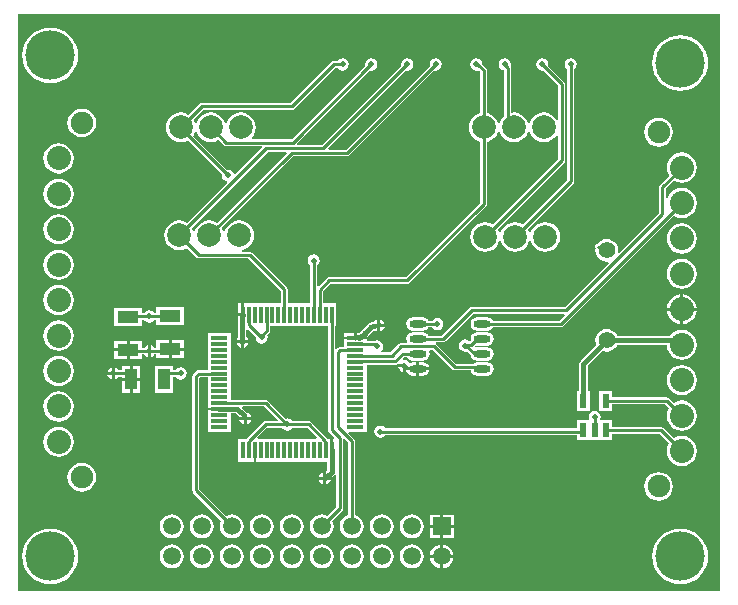
<source format=gtl>
G04*
G04 #@! TF.GenerationSoftware,Altium Limited,Altium Designer,19.1.5 (86)*
G04*
G04 Layer_Physical_Order=1*
G04 Layer_Color=255*
%FSLAX25Y25*%
%MOIN*%
G70*
G01*
G75*
%ADD13C,0.01000*%
%ADD19R,0.02362X0.04724*%
%ADD20O,0.05709X0.02362*%
%ADD21R,0.07165X0.04016*%
%ADD22R,0.05709X0.01181*%
%ADD23R,0.01181X0.05709*%
%ADD24R,0.04016X0.07165*%
%ADD39C,0.01500*%
%ADD40C,0.05512*%
%ADD41C,0.07874*%
%ADD42C,0.16500*%
%ADD43C,0.05906*%
%ADD44R,0.05906X0.05906*%
%ADD45C,0.07500*%
%ADD46C,0.08000*%
%ADD47C,0.02000*%
G36*
X235379Y1122D02*
X1122D01*
Y193378D01*
X235379D01*
Y1122D01*
D02*
G37*
%LPC*%
G36*
X12000Y188795D02*
X10187Y188616D01*
X8443Y188087D01*
X6836Y187228D01*
X5428Y186072D01*
X4272Y184664D01*
X3413Y183057D01*
X2884Y181313D01*
X2705Y179500D01*
X2884Y177687D01*
X3413Y175943D01*
X4272Y174336D01*
X5428Y172928D01*
X6836Y171772D01*
X8443Y170913D01*
X10187Y170384D01*
X12000Y170205D01*
X13813Y170384D01*
X15557Y170913D01*
X17164Y171772D01*
X18572Y172928D01*
X19728Y174336D01*
X20587Y175943D01*
X21116Y177687D01*
X21295Y179500D01*
X21116Y181313D01*
X20587Y183057D01*
X19728Y184664D01*
X18572Y186072D01*
X17164Y187228D01*
X15557Y188087D01*
X13813Y188616D01*
X12000Y188795D01*
D02*
G37*
G36*
X222000Y186295D02*
X220187Y186116D01*
X218443Y185587D01*
X216836Y184728D01*
X215428Y183572D01*
X214272Y182164D01*
X213413Y180557D01*
X212884Y178813D01*
X212705Y177000D01*
X212884Y175187D01*
X213413Y173443D01*
X214272Y171836D01*
X215428Y170428D01*
X216836Y169272D01*
X218443Y168413D01*
X220187Y167884D01*
X222000Y167705D01*
X223813Y167884D01*
X225557Y168413D01*
X227164Y169272D01*
X228572Y170428D01*
X229728Y171836D01*
X230587Y173443D01*
X231116Y175187D01*
X231295Y177000D01*
X231116Y178813D01*
X230587Y180557D01*
X229728Y182164D01*
X228572Y183572D01*
X227164Y184728D01*
X225557Y185587D01*
X223813Y186116D01*
X222000Y186295D01*
D02*
G37*
G36*
X22500Y161791D02*
X21260Y161628D01*
X20105Y161149D01*
X19112Y160388D01*
X18351Y159396D01*
X17872Y158240D01*
X17709Y157000D01*
X17872Y155760D01*
X18351Y154604D01*
X19112Y153612D01*
X20105Y152851D01*
X21260Y152372D01*
X22500Y152209D01*
X23740Y152372D01*
X24895Y152851D01*
X25888Y153612D01*
X26649Y154604D01*
X27128Y155760D01*
X27291Y157000D01*
X27128Y158240D01*
X26649Y159396D01*
X25888Y160388D01*
X24895Y161149D01*
X23740Y161628D01*
X22500Y161791D01*
D02*
G37*
G36*
X214783Y158724D02*
X213543Y158561D01*
X212388Y158082D01*
X211396Y157321D01*
X210634Y156328D01*
X210156Y155173D01*
X209992Y153933D01*
X210156Y152693D01*
X210634Y151538D01*
X211396Y150545D01*
X212388Y149784D01*
X213543Y149305D01*
X214783Y149142D01*
X216023Y149305D01*
X217179Y149784D01*
X218171Y150545D01*
X218933Y151538D01*
X219411Y152693D01*
X219574Y153933D01*
X219411Y155173D01*
X218933Y156328D01*
X218171Y157321D01*
X217179Y158082D01*
X216023Y158561D01*
X214783Y158724D01*
D02*
G37*
G36*
X14783Y150232D02*
X13478Y150060D01*
X12262Y149556D01*
X11217Y148755D01*
X10416Y147710D01*
X9912Y146494D01*
X9740Y145189D01*
X9912Y143884D01*
X10416Y142667D01*
X11217Y141623D01*
X12262Y140821D01*
X13478Y140317D01*
X14783Y140146D01*
X16089Y140317D01*
X17305Y140821D01*
X18349Y141623D01*
X19151Y142667D01*
X19655Y143884D01*
X19827Y145189D01*
X19655Y146494D01*
X19151Y147710D01*
X18349Y148755D01*
X17305Y149556D01*
X16089Y150060D01*
X14783Y150232D01*
D02*
G37*
G36*
Y138421D02*
X13478Y138249D01*
X12262Y137745D01*
X11217Y136944D01*
X10416Y135899D01*
X9912Y134683D01*
X9740Y133378D01*
X9912Y132072D01*
X10416Y130856D01*
X11217Y129812D01*
X12262Y129010D01*
X13478Y128507D01*
X14783Y128335D01*
X16089Y128507D01*
X17305Y129010D01*
X18349Y129812D01*
X19151Y130856D01*
X19655Y132072D01*
X19827Y133378D01*
X19655Y134683D01*
X19151Y135899D01*
X18349Y136944D01*
X17305Y137745D01*
X16089Y138249D01*
X14783Y138421D01*
D02*
G37*
G36*
X185500Y178539D02*
X184720Y178384D01*
X184058Y177942D01*
X183616Y177280D01*
X183461Y176500D01*
X183616Y175720D01*
X184058Y175058D01*
X184378Y174844D01*
Y137965D01*
X169624Y123210D01*
X169490Y123312D01*
X168289Y123810D01*
X167000Y123980D01*
X165711Y123810D01*
X164510Y123312D01*
X163479Y122521D01*
X162688Y121490D01*
X162271Y120483D01*
X161729D01*
X161312Y121490D01*
X161210Y121624D01*
X183293Y143707D01*
X183293Y143707D01*
X183536Y144071D01*
X183622Y144500D01*
X183622Y144500D01*
Y170000D01*
X183622Y170000D01*
X183536Y170429D01*
X183293Y170793D01*
X183293Y170793D01*
X177964Y176122D01*
X178039Y176500D01*
X177884Y177280D01*
X177442Y177942D01*
X176780Y178384D01*
X176000Y178539D01*
X175220Y178384D01*
X174558Y177942D01*
X174116Y177280D01*
X173961Y176500D01*
X174116Y175720D01*
X174558Y175058D01*
X175220Y174616D01*
X176000Y174461D01*
X176378Y174536D01*
X181378Y169535D01*
Y157930D01*
X180878Y157831D01*
X180813Y157990D01*
X180021Y159021D01*
X178990Y159812D01*
X177789Y160310D01*
X176500Y160480D01*
X175211Y160310D01*
X174010Y159812D01*
X172979Y159021D01*
X172187Y157990D01*
X171771Y156983D01*
X171229D01*
X170812Y157990D01*
X170021Y159021D01*
X168990Y159812D01*
X167789Y160310D01*
X166500Y160480D01*
X165998Y160413D01*
X165622Y160743D01*
Y175414D01*
X165536Y175843D01*
X165438Y175991D01*
X165539Y176500D01*
X165384Y177280D01*
X164942Y177942D01*
X164280Y178384D01*
X163500Y178539D01*
X162720Y178384D01*
X162058Y177942D01*
X161616Y177280D01*
X161461Y176500D01*
X161616Y175720D01*
X162058Y175058D01*
X162720Y174616D01*
X163378Y174485D01*
Y159360D01*
X163378Y159360D01*
X163384Y159332D01*
X162979Y159021D01*
X162188Y157990D01*
X161771Y156983D01*
X161229D01*
X160812Y157990D01*
X160021Y159021D01*
X158990Y159812D01*
X157789Y160310D01*
X157622Y160332D01*
Y174500D01*
X157622Y174500D01*
X157536Y174929D01*
X157293Y175293D01*
X156027Y176559D01*
X155884Y177280D01*
X155442Y177942D01*
X154780Y178384D01*
X154000Y178539D01*
X153220Y178384D01*
X152558Y177942D01*
X152116Y177280D01*
X151961Y176500D01*
X152116Y175720D01*
X152558Y175058D01*
X153220Y174616D01*
X154000Y174461D01*
X154780Y174616D01*
X154791Y174623D01*
X155378Y174035D01*
Y160332D01*
X155211Y160310D01*
X154010Y159812D01*
X152979Y159021D01*
X152188Y157990D01*
X151690Y156789D01*
X151520Y155500D01*
X151690Y154211D01*
X152188Y153010D01*
X152979Y151979D01*
X154010Y151188D01*
X155211Y150690D01*
X155378Y150668D01*
Y130465D01*
X130535Y105622D01*
X105000D01*
X104571Y105536D01*
X104207Y105293D01*
X104207Y105293D01*
X101480Y102566D01*
X100980Y102773D01*
Y109486D01*
X101300Y109700D01*
X101742Y110361D01*
X101897Y111142D01*
X101742Y111922D01*
X101300Y112584D01*
X100639Y113026D01*
X99858Y113181D01*
X99078Y113026D01*
X98416Y112584D01*
X97974Y111922D01*
X97819Y111142D01*
X97974Y110361D01*
X98416Y109700D01*
X98737Y109486D01*
Y96992D01*
X91137D01*
Y101484D01*
X91137Y101484D01*
X91052Y101913D01*
X90809Y102277D01*
X79293Y113793D01*
X78929Y114036D01*
X78500Y114122D01*
X78500Y114122D01*
X75801D01*
X75768Y114622D01*
X76289Y114690D01*
X77490Y115188D01*
X78521Y115979D01*
X79312Y117010D01*
X79810Y118211D01*
X79980Y119500D01*
X79810Y120789D01*
X79312Y121990D01*
X78521Y123021D01*
X77490Y123812D01*
X76289Y124310D01*
X75000Y124480D01*
X73711Y124310D01*
X72510Y123812D01*
X71479Y123021D01*
X70688Y121990D01*
X70271Y120983D01*
X69729D01*
X69313Y121990D01*
X69210Y122124D01*
X92927Y145840D01*
X110962D01*
X110962Y145840D01*
X111391Y145926D01*
X111755Y146169D01*
X140122Y174536D01*
X140500Y174461D01*
X141280Y174616D01*
X141942Y175058D01*
X142384Y175720D01*
X142539Y176500D01*
X142384Y177280D01*
X141942Y177942D01*
X141280Y178384D01*
X140500Y178539D01*
X139720Y178384D01*
X139058Y177942D01*
X138616Y177280D01*
X138461Y176500D01*
X138536Y176122D01*
X110497Y148083D01*
X104823D01*
X104632Y148546D01*
X130622Y174536D01*
X131000Y174461D01*
X131780Y174616D01*
X132442Y175058D01*
X132884Y175720D01*
X133039Y176500D01*
X132884Y177280D01*
X132442Y177942D01*
X131780Y178384D01*
X131000Y178539D01*
X130220Y178384D01*
X129558Y177942D01*
X129116Y177280D01*
X128961Y176500D01*
X129036Y176122D01*
X102597Y149683D01*
X94423D01*
X94232Y150145D01*
X118622Y174536D01*
X119000Y174461D01*
X119780Y174616D01*
X120442Y175058D01*
X120884Y175720D01*
X121039Y176500D01*
X120884Y177280D01*
X120442Y177942D01*
X119780Y178384D01*
X119000Y178539D01*
X118220Y178384D01*
X117558Y177942D01*
X117116Y177280D01*
X116961Y176500D01*
X117036Y176122D01*
X92498Y151584D01*
X79262D01*
X79102Y152085D01*
X79813Y153010D01*
X80310Y154211D01*
X80480Y155500D01*
X80310Y156789D01*
X79813Y157990D01*
X79021Y159021D01*
X77990Y159812D01*
X76789Y160310D01*
X75500Y160480D01*
X74211Y160310D01*
X73010Y159812D01*
X71979Y159021D01*
X71188Y157990D01*
X70771Y156983D01*
X70229D01*
X69813Y157990D01*
X69021Y159021D01*
X67990Y159812D01*
X66789Y160310D01*
X65500Y160480D01*
X64211Y160310D01*
X63010Y159812D01*
X61979Y159021D01*
X61187Y157990D01*
X60771Y156983D01*
X60229D01*
X59812Y157990D01*
X59710Y158124D01*
X62965Y161378D01*
X92500D01*
X92500Y161378D01*
X92929Y161464D01*
X93293Y161707D01*
X106965Y175378D01*
X107844D01*
X108058Y175058D01*
X108720Y174616D01*
X109500Y174461D01*
X110280Y174616D01*
X110942Y175058D01*
X111384Y175720D01*
X111539Y176500D01*
X111384Y177280D01*
X110942Y177942D01*
X110280Y178384D01*
X109500Y178539D01*
X108720Y178384D01*
X108058Y177942D01*
X107844Y177622D01*
X106500D01*
X106500Y177622D01*
X106071Y177536D01*
X105707Y177293D01*
X92035Y163622D01*
X62500D01*
X62071Y163536D01*
X61707Y163293D01*
X61707Y163293D01*
X58124Y159710D01*
X57990Y159812D01*
X56789Y160310D01*
X55500Y160480D01*
X54211Y160310D01*
X53010Y159812D01*
X51979Y159021D01*
X51187Y157990D01*
X50690Y156789D01*
X50520Y155500D01*
X50690Y154211D01*
X51187Y153010D01*
X51979Y151979D01*
X53010Y151188D01*
X54211Y150690D01*
X55500Y150520D01*
X56789Y150690D01*
X57980Y151184D01*
X69286Y139878D01*
X69211Y139500D01*
X69366Y138720D01*
X69808Y138058D01*
X70470Y137616D01*
X70764Y137557D01*
X70929Y137015D01*
X57624Y123710D01*
X57490Y123812D01*
X56289Y124310D01*
X55000Y124480D01*
X53711Y124310D01*
X52510Y123812D01*
X51479Y123021D01*
X50687Y121990D01*
X50190Y120789D01*
X50020Y119500D01*
X50190Y118211D01*
X50687Y117010D01*
X51479Y115979D01*
X52510Y115188D01*
X53711Y114690D01*
X55000Y114520D01*
X56289Y114690D01*
X57490Y115188D01*
X57624Y115290D01*
X60707Y112207D01*
X60707Y112207D01*
X61071Y111964D01*
X61500Y111878D01*
X61500Y111878D01*
X78035D01*
X88894Y101020D01*
Y96992D01*
X76614D01*
Y93138D01*
X76236D01*
Y92638D01*
X74646D01*
Y89284D01*
X74676D01*
Y85538D01*
X74610Y85494D01*
X74168Y84833D01*
X74112Y84552D01*
X77992D01*
X77936Y84833D01*
X77494Y85494D01*
X77429Y85538D01*
Y88082D01*
X77890Y88273D01*
X80494Y85669D01*
X80461Y85500D01*
X80616Y84720D01*
X81058Y84058D01*
X81720Y83616D01*
X82500Y83461D01*
X83280Y83616D01*
X83942Y84058D01*
X84384Y84720D01*
X84539Y85500D01*
X84384Y86280D01*
X84377Y86291D01*
X84903Y86817D01*
X84903Y86817D01*
X85146Y87181D01*
X85232Y87610D01*
Y89284D01*
X104642D01*
Y54736D01*
X104642Y54736D01*
X104728Y54307D01*
X104971Y53943D01*
X106735Y52179D01*
X106544Y51717D01*
X106264D01*
Y47862D01*
X105386D01*
Y51717D01*
X104539D01*
X104498Y51778D01*
X104498Y51778D01*
X98983Y57293D01*
X98619Y57536D01*
X98190Y57622D01*
X98190Y57622D01*
X92656D01*
X92442Y57942D01*
X91780Y58384D01*
X91000Y58539D01*
X90622Y58464D01*
X84683Y64403D01*
X84319Y64646D01*
X83890Y64732D01*
X83890Y64732D01*
X72216D01*
Y67925D01*
Y71862D01*
Y75799D01*
Y79736D01*
Y83673D01*
Y86854D01*
X64508D01*
Y83673D01*
Y81705D01*
Y77768D01*
Y74574D01*
X61453D01*
X61024Y74489D01*
X60660Y74246D01*
X60660Y74246D01*
X59707Y73293D01*
X59464Y72929D01*
X59378Y72500D01*
X59378Y72500D01*
Y34500D01*
X59378Y34500D01*
X59464Y34071D01*
X59707Y33707D01*
X69010Y24404D01*
X68649Y23532D01*
X68513Y22500D01*
X68649Y21468D01*
X69047Y20507D01*
X69681Y19681D01*
X70507Y19047D01*
X71468Y18649D01*
X72500Y18513D01*
X73532Y18649D01*
X74493Y19047D01*
X75319Y19681D01*
X75953Y20507D01*
X76351Y21468D01*
X76487Y22500D01*
X76351Y23532D01*
X75953Y24493D01*
X75319Y25319D01*
X74493Y25953D01*
X73532Y26351D01*
X72500Y26487D01*
X71468Y26351D01*
X70596Y25990D01*
X61622Y34965D01*
Y72035D01*
X61917Y72331D01*
X64508D01*
Y69894D01*
Y65957D01*
Y62020D01*
Y62019D01*
X68362D01*
Y61264D01*
X64508D01*
Y58083D01*
Y54146D01*
X72216D01*
Y56114D01*
Y60265D01*
X73788D01*
X75053Y59000D01*
X78940D01*
X78884Y59280D01*
X78442Y59942D01*
X77780Y60384D01*
X77495Y60441D01*
X77473Y60473D01*
X75920Y62027D01*
X76111Y62489D01*
X83425D01*
X87830Y58083D01*
X87639Y57622D01*
X83811D01*
X83811Y57622D01*
X83381Y57536D01*
X83017Y57293D01*
X83017Y57293D01*
X77502Y51778D01*
X77461Y51717D01*
X74646D01*
Y44008D01*
X79796D01*
Y47862D01*
X80551D01*
Y44008D01*
X104387D01*
Y41334D01*
X104000Y40947D01*
Y39000D01*
X105947D01*
X106737Y39790D01*
X106737Y39790D01*
X106878Y40002D01*
X107378Y39850D01*
Y28965D01*
X104404Y25990D01*
X103532Y26351D01*
X102500Y26487D01*
X101468Y26351D01*
X100507Y25953D01*
X99681Y25319D01*
X99047Y24493D01*
X98649Y23532D01*
X98513Y22500D01*
X98649Y21468D01*
X99047Y20507D01*
X99681Y19681D01*
X100507Y19047D01*
X101468Y18649D01*
X102500Y18513D01*
X103532Y18649D01*
X104493Y19047D01*
X105319Y19681D01*
X105953Y20507D01*
X106351Y21468D01*
X106487Y22500D01*
X106351Y23532D01*
X105990Y24404D01*
X109293Y27707D01*
X109293Y27707D01*
X109536Y28071D01*
X109622Y28500D01*
X109622Y28500D01*
Y51585D01*
X110122Y51792D01*
X111378Y50535D01*
Y26314D01*
X110507Y25953D01*
X109681Y25319D01*
X109047Y24493D01*
X108649Y23532D01*
X108513Y22500D01*
X108649Y21468D01*
X109047Y20507D01*
X109681Y19681D01*
X110507Y19047D01*
X111468Y18649D01*
X112500Y18513D01*
X113532Y18649D01*
X114493Y19047D01*
X115319Y19681D01*
X115953Y20507D01*
X116351Y21468D01*
X116487Y22500D01*
X116351Y23532D01*
X115953Y24493D01*
X115319Y25319D01*
X114493Y25953D01*
X113622Y26314D01*
Y51000D01*
X113622Y51000D01*
X113536Y51429D01*
X113293Y51793D01*
X113293Y51793D01*
X111402Y53684D01*
X111594Y54146D01*
X117492D01*
Y56114D01*
Y60051D01*
Y63988D01*
Y67925D01*
Y71862D01*
Y76378D01*
X127000D01*
X127000Y76378D01*
X127429Y76464D01*
X127561Y76552D01*
X127638Y76500D01*
X130000D01*
Y76000D01*
X130500D01*
Y74060D01*
X130780Y74116D01*
X130846Y74103D01*
X131298Y73427D01*
X132019Y72945D01*
X132870Y72776D01*
X134043D01*
Y75000D01*
Y77224D01*
X132870D01*
X132019Y77055D01*
X131799Y76907D01*
X131442Y77442D01*
X130780Y77884D01*
X130000Y78039D01*
X129791Y77998D01*
X129544Y78458D01*
X129965Y78878D01*
X130996D01*
X131298Y78427D01*
X132019Y77946D01*
X132870Y77776D01*
X136217D01*
X137068Y77946D01*
X137789Y78427D01*
X138271Y79149D01*
X138441Y80000D01*
X138271Y80851D01*
X138213Y80937D01*
X138449Y81378D01*
X139457D01*
X146000Y74836D01*
X146000Y74836D01*
X146364Y74593D01*
X146793Y74508D01*
X146793Y74508D01*
X152201D01*
X152272Y74149D01*
X152754Y73427D01*
X153476Y72945D01*
X154327Y72776D01*
X157673D01*
X158524Y72945D01*
X159246Y73427D01*
X159728Y74149D01*
X159897Y75000D01*
X159728Y75851D01*
X159246Y76573D01*
X158524Y77055D01*
X157673Y77224D01*
X154327D01*
X153476Y77055D01*
X153021Y76751D01*
X147257D01*
X140715Y83293D01*
X140587Y83378D01*
X140739Y83878D01*
X143000D01*
X143000Y83878D01*
X143429Y83964D01*
X143793Y84207D01*
X152950Y93363D01*
X183313D01*
X183504Y92901D01*
X181724Y91122D01*
X159547D01*
X159246Y91572D01*
X158524Y92054D01*
X157673Y92224D01*
X154327D01*
X153476Y92054D01*
X152754Y91572D01*
X152272Y90851D01*
X152103Y90000D01*
X152272Y89149D01*
X152754Y88428D01*
X153476Y87945D01*
X154327Y87776D01*
X157673D01*
X158524Y87945D01*
X159246Y88428D01*
X159547Y88878D01*
X182189D01*
X182189Y88878D01*
X182618Y88964D01*
X182982Y89207D01*
X219831Y126056D01*
X219978Y125944D01*
X221195Y125440D01*
X222500Y125268D01*
X223805Y125440D01*
X225022Y125944D01*
X226066Y126745D01*
X226868Y127789D01*
X227371Y129006D01*
X227543Y130311D01*
X227371Y131616D01*
X226868Y132833D01*
X226066Y133877D01*
X225022Y134678D01*
X223805Y135182D01*
X222500Y135354D01*
X221195Y135182D01*
X219978Y134678D01*
X218934Y133877D01*
X218132Y132833D01*
X217629Y131616D01*
X217621Y131562D01*
X217122Y131595D01*
Y135157D01*
X219831Y137867D01*
X219978Y137754D01*
X221195Y137251D01*
X222500Y137079D01*
X223805Y137251D01*
X225022Y137754D01*
X226066Y138556D01*
X226868Y139600D01*
X227371Y140817D01*
X227543Y142122D01*
X227371Y143427D01*
X226868Y144644D01*
X226066Y145688D01*
X225022Y146490D01*
X223805Y146993D01*
X222500Y147165D01*
X221195Y146993D01*
X219978Y146490D01*
X218934Y145688D01*
X218132Y144644D01*
X217629Y143427D01*
X217457Y142122D01*
X217629Y140817D01*
X218132Y139600D01*
X218245Y139453D01*
X215207Y136415D01*
X214964Y136051D01*
X214878Y135622D01*
X214879Y135622D01*
Y126965D01*
X201698Y113785D01*
X201225Y114018D01*
X201288Y114500D01*
X201159Y115480D01*
X200781Y116394D01*
X200179Y117179D01*
X199394Y117781D01*
X198480Y118159D01*
X197500Y118288D01*
X196519Y118159D01*
X195606Y117781D01*
X194821Y117179D01*
X194566Y116846D01*
X194311Y116796D01*
X193948Y116552D01*
X193704Y116189D01*
X193619Y115759D01*
X193704Y115330D01*
X193802Y115184D01*
X193712Y114500D01*
X193841Y113520D01*
X194219Y112606D01*
X194821Y111821D01*
X195606Y111219D01*
X196519Y110841D01*
X197500Y110712D01*
X197982Y110775D01*
X198215Y110302D01*
X183520Y95606D01*
X152485D01*
X152485Y95606D01*
X152056Y95521D01*
X151692Y95278D01*
X151692Y95278D01*
X142535Y86122D01*
X138090D01*
X137789Y86572D01*
X137068Y87055D01*
X136217Y87224D01*
X132870D01*
X132019Y87055D01*
X131298Y86572D01*
X130816Y85851D01*
X130646Y85000D01*
X130816Y84149D01*
X130873Y84062D01*
X130638Y83622D01*
X129000D01*
X129000Y83622D01*
X128571Y83536D01*
X128207Y83293D01*
X128207Y83293D01*
X125394Y80480D01*
X122372D01*
X122221Y80980D01*
X122379Y81085D01*
X122821Y81747D01*
X122976Y82527D01*
X122821Y83308D01*
X122379Y83969D01*
X121717Y84411D01*
X120937Y84567D01*
X120157Y84411D01*
X120104Y84376D01*
X119899Y84417D01*
X119899Y84417D01*
X117492D01*
Y84886D01*
X109783D01*
Y82448D01*
X108586D01*
X108157Y82363D01*
X107793Y82120D01*
X107793Y82120D01*
X107385Y81713D01*
X106885Y81920D01*
Y89284D01*
X107354D01*
Y96992D01*
X102948D01*
Y100862D01*
X105465Y103378D01*
X131000D01*
X131000Y103378D01*
X131429Y103464D01*
X131793Y103707D01*
X157293Y129207D01*
X157293Y129207D01*
X157536Y129571D01*
X157622Y130000D01*
X157622Y130000D01*
Y150668D01*
X157789Y150690D01*
X158990Y151188D01*
X160021Y151979D01*
X160812Y153010D01*
X161229Y154017D01*
X161771D01*
X162188Y153010D01*
X162979Y151979D01*
X164010Y151188D01*
X165211Y150690D01*
X166500Y150520D01*
X167789Y150690D01*
X168990Y151188D01*
X170021Y151979D01*
X170812Y153010D01*
X171229Y154017D01*
X171771D01*
X172187Y153010D01*
X172979Y151979D01*
X174010Y151188D01*
X175211Y150690D01*
X176500Y150520D01*
X177789Y150690D01*
X178990Y151188D01*
X180021Y151979D01*
X180813Y153010D01*
X180878Y153170D01*
X181378Y153070D01*
Y144965D01*
X159624Y123210D01*
X159490Y123312D01*
X158289Y123810D01*
X157000Y123980D01*
X155711Y123810D01*
X154510Y123312D01*
X153479Y122521D01*
X152688Y121490D01*
X152190Y120289D01*
X152020Y119000D01*
X152190Y117711D01*
X152688Y116510D01*
X153479Y115479D01*
X154510Y114688D01*
X155711Y114190D01*
X157000Y114020D01*
X158289Y114190D01*
X159490Y114688D01*
X160521Y115479D01*
X161312Y116510D01*
X161729Y117517D01*
X162271D01*
X162688Y116510D01*
X163479Y115479D01*
X164510Y114688D01*
X165711Y114190D01*
X167000Y114020D01*
X168289Y114190D01*
X169490Y114688D01*
X170521Y115479D01*
X171312Y116510D01*
X171729Y117517D01*
X172271D01*
X172687Y116510D01*
X173479Y115479D01*
X174510Y114688D01*
X175711Y114190D01*
X177000Y114020D01*
X178289Y114190D01*
X179490Y114688D01*
X180521Y115479D01*
X181313Y116510D01*
X181810Y117711D01*
X181980Y119000D01*
X181810Y120289D01*
X181313Y121490D01*
X180521Y122521D01*
X179490Y123312D01*
X178289Y123810D01*
X177000Y123980D01*
X175711Y123810D01*
X174510Y123312D01*
X173479Y122521D01*
X172687Y121490D01*
X172271Y120483D01*
X171729D01*
X171312Y121490D01*
X171210Y121624D01*
X186293Y136707D01*
X186293Y136707D01*
X186536Y137071D01*
X186622Y137500D01*
X186622Y137500D01*
Y174844D01*
X186942Y175058D01*
X187384Y175720D01*
X187539Y176500D01*
X187384Y177280D01*
X186942Y177942D01*
X186280Y178384D01*
X185500Y178539D01*
D02*
G37*
G36*
X14783Y126610D02*
X13478Y126438D01*
X12262Y125934D01*
X11217Y125133D01*
X10416Y124088D01*
X9912Y122872D01*
X9740Y121567D01*
X9912Y120262D01*
X10416Y119045D01*
X11217Y118001D01*
X12262Y117199D01*
X13478Y116695D01*
X14783Y116524D01*
X16089Y116695D01*
X17305Y117199D01*
X18349Y118001D01*
X19151Y119045D01*
X19655Y120262D01*
X19827Y121567D01*
X19655Y122872D01*
X19151Y124088D01*
X18349Y125133D01*
X17305Y125934D01*
X16089Y126438D01*
X14783Y126610D01*
D02*
G37*
G36*
X222500Y123543D02*
X221195Y123371D01*
X219978Y122868D01*
X218934Y122066D01*
X218132Y121022D01*
X217629Y119805D01*
X217457Y118500D01*
X217629Y117195D01*
X218132Y115978D01*
X218934Y114934D01*
X219978Y114132D01*
X221195Y113629D01*
X222500Y113457D01*
X223805Y113629D01*
X225022Y114132D01*
X226066Y114934D01*
X226868Y115978D01*
X227371Y117195D01*
X227543Y118500D01*
X227371Y119805D01*
X226868Y121022D01*
X226066Y122066D01*
X225022Y122868D01*
X223805Y123371D01*
X222500Y123543D01*
D02*
G37*
G36*
X14783Y114799D02*
X13478Y114627D01*
X12262Y114123D01*
X11217Y113322D01*
X10416Y112277D01*
X9912Y111061D01*
X9740Y109756D01*
X9912Y108450D01*
X10416Y107234D01*
X11217Y106190D01*
X12262Y105388D01*
X13478Y104885D01*
X14783Y104713D01*
X16089Y104885D01*
X17305Y105388D01*
X18349Y106190D01*
X19151Y107234D01*
X19655Y108450D01*
X19827Y109756D01*
X19655Y111061D01*
X19151Y112277D01*
X18349Y113322D01*
X17305Y114123D01*
X16089Y114627D01*
X14783Y114799D01*
D02*
G37*
G36*
X222500Y111732D02*
X221195Y111560D01*
X219978Y111056D01*
X218934Y110255D01*
X218132Y109211D01*
X217629Y107994D01*
X217457Y106689D01*
X217629Y105384D01*
X218132Y104167D01*
X218934Y103123D01*
X219978Y102322D01*
X221195Y101818D01*
X222500Y101646D01*
X223805Y101818D01*
X225022Y102322D01*
X226066Y103123D01*
X226868Y104167D01*
X227371Y105384D01*
X227543Y106689D01*
X227371Y107994D01*
X226868Y109211D01*
X226066Y110255D01*
X225022Y111056D01*
X223805Y111560D01*
X222500Y111732D01*
D02*
G37*
G36*
X223000Y99855D02*
Y95378D01*
X227477D01*
X227371Y96183D01*
X226868Y97400D01*
X226066Y98444D01*
X225022Y99246D01*
X223805Y99749D01*
X223000Y99855D01*
D02*
G37*
G36*
X222000D02*
X221195Y99749D01*
X219978Y99246D01*
X218934Y98444D01*
X218132Y97400D01*
X217629Y96183D01*
X217523Y95378D01*
X222000D01*
Y99855D01*
D02*
G37*
G36*
X75736Y96992D02*
X74646D01*
Y93638D01*
X75736D01*
Y96992D01*
D02*
G37*
G36*
X56583Y95520D02*
X47417D01*
Y93622D01*
X46656D01*
X46442Y93942D01*
X45780Y94384D01*
X45000Y94539D01*
X44220Y94384D01*
X43558Y93942D01*
X43344Y93622D01*
X42583D01*
Y95358D01*
X33417D01*
Y89343D01*
X42583D01*
Y91378D01*
X43344D01*
X43558Y91058D01*
X44220Y90616D01*
X45000Y90461D01*
X45780Y90616D01*
X46442Y91058D01*
X46656Y91378D01*
X47417D01*
Y89504D01*
X56583D01*
Y95520D01*
D02*
G37*
G36*
X14783Y102988D02*
X13478Y102816D01*
X12262Y102312D01*
X11217Y101511D01*
X10416Y100466D01*
X9912Y99250D01*
X9740Y97945D01*
X9912Y96640D01*
X10416Y95423D01*
X11217Y94379D01*
X12262Y93577D01*
X13478Y93073D01*
X14783Y92902D01*
X16089Y93073D01*
X17305Y93577D01*
X18349Y94379D01*
X19151Y95423D01*
X19655Y96640D01*
X19827Y97945D01*
X19655Y99250D01*
X19151Y100466D01*
X18349Y101511D01*
X17305Y102312D01*
X16089Y102816D01*
X14783Y102988D01*
D02*
G37*
G36*
X122000Y91440D02*
Y90000D01*
X123440D01*
X123384Y90280D01*
X122942Y90942D01*
X122280Y91384D01*
X122000Y91440D01*
D02*
G37*
G36*
X227477Y94378D02*
X223000D01*
Y89901D01*
X223805Y90007D01*
X225022Y90510D01*
X226066Y91312D01*
X226868Y92356D01*
X227371Y93573D01*
X227477Y94378D01*
D02*
G37*
G36*
X222000D02*
X217523D01*
X217629Y93573D01*
X218132Y92356D01*
X218934Y91312D01*
X219978Y90510D01*
X221195Y90007D01*
X222000Y89901D01*
Y94378D01*
D02*
G37*
G36*
X136217Y92224D02*
X132870D01*
X132019Y92054D01*
X131298Y91572D01*
X130816Y90851D01*
X130646Y90000D01*
X130816Y89149D01*
X131298Y88428D01*
X132019Y87945D01*
X132870Y87776D01*
X136217D01*
X137068Y87945D01*
X137789Y88428D01*
X138090Y88878D01*
X139344D01*
X139558Y88558D01*
X140220Y88116D01*
X141000Y87961D01*
X141780Y88116D01*
X142442Y88558D01*
X142884Y89220D01*
X143039Y90000D01*
X142884Y90780D01*
X142442Y91442D01*
X141780Y91884D01*
X141000Y92039D01*
X140220Y91884D01*
X139558Y91442D01*
X139344Y91122D01*
X138090D01*
X137789Y91572D01*
X137068Y92054D01*
X136217Y92224D01*
D02*
G37*
G36*
X123440Y89000D02*
X122000D01*
Y87560D01*
X122280Y87616D01*
X122942Y88058D01*
X123384Y88720D01*
X123440Y89000D01*
D02*
G37*
G36*
X121000Y91440D02*
X120720Y91384D01*
X120058Y90942D01*
X119881Y90678D01*
X119871Y90676D01*
X119186Y90585D01*
X118493Y90298D01*
X117914Y89854D01*
X117894Y89841D01*
X116320Y88266D01*
X115966Y87913D01*
X115966Y87913D01*
Y87913D01*
X115688Y87590D01*
X115187Y86913D01*
X115158Y86909D01*
X115069Y86865D01*
X114643Y86875D01*
X114565Y86865D01*
X114453Y86879D01*
X114263Y86854D01*
X114138D01*
Y85764D01*
X117761D01*
X117901Y85952D01*
X117917Y85940D01*
X117917D01*
X117923Y85955D01*
X118262Y86315D01*
X119489Y87543D01*
X119853Y87885D01*
X120103Y87886D01*
X120394Y87833D01*
X120720Y87616D01*
X121000Y87560D01*
Y89500D01*
Y91440D01*
D02*
G37*
G36*
X113138Y86854D02*
X109783D01*
Y85764D01*
X113138D01*
Y86854D01*
D02*
G37*
G36*
X157673Y87224D02*
X154327D01*
X153476Y87055D01*
X152754Y86572D01*
X152272Y85851D01*
X152103Y85000D01*
X152209Y84468D01*
X152163Y84422D01*
X151676Y84251D01*
X151015Y84693D01*
X150234Y84848D01*
X149454Y84693D01*
X148792Y84251D01*
X148350Y83589D01*
X148195Y82809D01*
X148350Y82028D01*
X148792Y81367D01*
X149454Y80925D01*
X150234Y80769D01*
X150993Y80920D01*
X152150Y79764D01*
X152272Y79149D01*
X152754Y78427D01*
X153476Y77946D01*
X154327Y77776D01*
X157673D01*
X158524Y77946D01*
X159246Y78427D01*
X159728Y79149D01*
X159897Y80000D01*
X159728Y80851D01*
X159246Y81573D01*
X158524Y82055D01*
X157673Y82224D01*
X154327D01*
X153724Y82104D01*
X153499Y82524D01*
X153827Y82876D01*
X154327Y82776D01*
X157673D01*
X158524Y82946D01*
X159246Y83428D01*
X159728Y84149D01*
X159897Y85000D01*
X159728Y85851D01*
X159246Y86572D01*
X158524Y87055D01*
X157673Y87224D01*
D02*
G37*
G36*
X51500Y84496D02*
X47417D01*
Y82122D01*
X46656D01*
X46442Y82442D01*
X45780Y82884D01*
X45500Y82940D01*
Y81000D01*
Y79060D01*
X45780Y79116D01*
X46442Y79558D01*
X46656Y79878D01*
X47417D01*
Y78480D01*
X51500D01*
Y81488D01*
Y84496D01*
D02*
G37*
G36*
X77992Y83552D02*
X76552D01*
Y82112D01*
X76832Y82168D01*
X77494Y82610D01*
X77936Y83272D01*
X77992Y83552D01*
D02*
G37*
G36*
X75552D02*
X74112D01*
X74168Y83272D01*
X74610Y82610D01*
X75272Y82168D01*
X75552Y82112D01*
Y83552D01*
D02*
G37*
G36*
X56583Y84496D02*
X52500D01*
Y81988D01*
X56583D01*
Y84496D01*
D02*
G37*
G36*
X37500Y84335D02*
X33417D01*
Y81827D01*
X37500D01*
Y84335D01*
D02*
G37*
G36*
X14783Y91177D02*
X13478Y91005D01*
X12262Y90501D01*
X11217Y89700D01*
X10416Y88655D01*
X9912Y87439D01*
X9740Y86134D01*
X9912Y84829D01*
X10416Y83612D01*
X11217Y82568D01*
X12262Y81766D01*
X13478Y81262D01*
X14783Y81091D01*
X16089Y81262D01*
X17305Y81766D01*
X18349Y82568D01*
X19151Y83612D01*
X19655Y84829D01*
X19827Y86134D01*
X19655Y87439D01*
X19151Y88655D01*
X18349Y89700D01*
X17305Y90501D01*
X16089Y91005D01*
X14783Y91177D01*
D02*
G37*
G36*
X42583Y84335D02*
X38500D01*
Y81327D01*
Y78319D01*
X42583D01*
Y79878D01*
X43344D01*
X43558Y79558D01*
X44220Y79116D01*
X44500Y79060D01*
Y81000D01*
Y82940D01*
X44220Y82884D01*
X43558Y82442D01*
X43344Y82122D01*
X42583D01*
Y84335D01*
D02*
G37*
G36*
X56583Y80988D02*
X52500D01*
Y78480D01*
X56583D01*
Y80988D01*
D02*
G37*
G36*
X37500Y80827D02*
X33417D01*
Y78319D01*
X37500D01*
Y80827D01*
D02*
G37*
G36*
X197500Y88288D02*
X196519Y88159D01*
X195606Y87781D01*
X194821Y87179D01*
X194219Y86394D01*
X193841Y85480D01*
X193712Y84500D01*
X193841Y83520D01*
X194055Y83002D01*
X188786Y77733D01*
X188488Y77286D01*
X188383Y76760D01*
Y67783D01*
X187579D01*
Y61059D01*
X191941D01*
Y67783D01*
X191136D01*
Y76190D01*
X196002Y81055D01*
X196519Y80841D01*
X197500Y80712D01*
X198480Y80841D01*
X199394Y81219D01*
X200179Y81821D01*
X200781Y82606D01*
X200995Y83124D01*
X217407D01*
X217457Y83067D01*
X217629Y81762D01*
X218132Y80545D01*
X218934Y79501D01*
X219978Y78699D01*
X221195Y78196D01*
X222500Y78024D01*
X223805Y78196D01*
X225022Y78699D01*
X226066Y79501D01*
X226868Y80545D01*
X227371Y81762D01*
X227543Y83067D01*
X227371Y84372D01*
X226868Y85589D01*
X226066Y86633D01*
X225022Y87435D01*
X223805Y87938D01*
X222500Y88110D01*
X221195Y87938D01*
X219978Y87435D01*
X218934Y86633D01*
X218353Y85876D01*
X200995D01*
X200781Y86394D01*
X200179Y87179D01*
X199394Y87781D01*
X198480Y88159D01*
X197500Y88288D01*
D02*
G37*
G36*
X136217Y77224D02*
X135043D01*
Y75500D01*
X138341D01*
X138271Y75851D01*
X137789Y76573D01*
X137068Y77055D01*
X136217Y77224D01*
D02*
G37*
G36*
X38488Y76083D02*
X35980D01*
Y74622D01*
X34656D01*
X34442Y74942D01*
X33780Y75384D01*
X33500Y75440D01*
Y73500D01*
Y71560D01*
X33780Y71616D01*
X34442Y72058D01*
X34656Y72378D01*
X35980D01*
Y72000D01*
X38488D01*
Y76083D01*
D02*
G37*
G36*
X129500Y75500D02*
X128060D01*
X128116Y75220D01*
X128558Y74558D01*
X129220Y74116D01*
X129500Y74060D01*
Y75500D01*
D02*
G37*
G36*
X32500Y75440D02*
X32220Y75384D01*
X31558Y74942D01*
X31116Y74280D01*
X31060Y74000D01*
X32500D01*
Y75440D01*
D02*
G37*
G36*
X138341Y74500D02*
X135043D01*
Y72776D01*
X136217D01*
X137068Y72945D01*
X137789Y73427D01*
X138271Y74149D01*
X138341Y74500D01*
D02*
G37*
G36*
X41996Y76083D02*
X39488D01*
Y72000D01*
X41996D01*
Y76083D01*
D02*
G37*
G36*
X32500Y73000D02*
X31060D01*
X31116Y72720D01*
X31558Y72058D01*
X32220Y71616D01*
X32500Y71560D01*
Y73000D01*
D02*
G37*
G36*
X53020Y76083D02*
X47004D01*
Y66917D01*
X53020D01*
Y72378D01*
X53844D01*
X54058Y72058D01*
X54720Y71616D01*
X55500Y71461D01*
X56280Y71616D01*
X56942Y72058D01*
X57384Y72720D01*
X57539Y73500D01*
X57384Y74280D01*
X56942Y74942D01*
X56280Y75384D01*
X55500Y75539D01*
X54720Y75384D01*
X54058Y74942D01*
X53844Y74622D01*
X53020D01*
Y76083D01*
D02*
G37*
G36*
X14783Y79366D02*
X13478Y79194D01*
X12262Y78690D01*
X11217Y77889D01*
X10416Y76844D01*
X9912Y75628D01*
X9740Y74323D01*
X9912Y73018D01*
X10416Y71801D01*
X11217Y70757D01*
X12262Y69955D01*
X13478Y69451D01*
X14783Y69280D01*
X16089Y69451D01*
X17305Y69955D01*
X18349Y70757D01*
X19151Y71801D01*
X19655Y73018D01*
X19827Y74323D01*
X19655Y75628D01*
X19151Y76844D01*
X18349Y77889D01*
X17305Y78690D01*
X16089Y79194D01*
X14783Y79366D01*
D02*
G37*
G36*
X41996Y71000D02*
X39488D01*
Y66917D01*
X41996D01*
Y71000D01*
D02*
G37*
G36*
X38488D02*
X35980D01*
Y66917D01*
X38488D01*
Y71000D01*
D02*
G37*
G36*
X222500Y76299D02*
X221195Y76127D01*
X219978Y75624D01*
X218934Y74822D01*
X218132Y73778D01*
X217629Y72561D01*
X217457Y71256D01*
X217629Y69951D01*
X218132Y68734D01*
X218934Y67690D01*
X219978Y66888D01*
X221195Y66385D01*
X222500Y66213D01*
X223805Y66385D01*
X225022Y66888D01*
X226066Y67690D01*
X226868Y68734D01*
X227371Y69951D01*
X227543Y71256D01*
X227371Y72561D01*
X226868Y73778D01*
X226066Y74822D01*
X225022Y75624D01*
X223805Y76127D01*
X222500Y76299D01*
D02*
G37*
G36*
X14783Y67555D02*
X13478Y67383D01*
X12262Y66879D01*
X11217Y66078D01*
X10416Y65033D01*
X9912Y63817D01*
X9740Y62512D01*
X9912Y61207D01*
X10416Y59990D01*
X11217Y58946D01*
X12262Y58144D01*
X13478Y57640D01*
X14783Y57469D01*
X16089Y57640D01*
X17305Y58144D01*
X18349Y58946D01*
X19151Y59990D01*
X19655Y61207D01*
X19827Y62512D01*
X19655Y63817D01*
X19151Y65033D01*
X18349Y66078D01*
X17305Y66879D01*
X16089Y67383D01*
X14783Y67555D01*
D02*
G37*
G36*
X78940Y58000D02*
X77500D01*
Y56560D01*
X77780Y56616D01*
X78442Y57058D01*
X78884Y57720D01*
X78940Y58000D01*
D02*
G37*
G36*
X76500D02*
X75060D01*
X75116Y57720D01*
X75558Y57058D01*
X76220Y56616D01*
X76500Y56560D01*
Y58000D01*
D02*
G37*
G36*
X193500Y61039D02*
X192720Y60884D01*
X192058Y60442D01*
X191616Y59780D01*
X191461Y59000D01*
X191572Y58441D01*
X191247Y57941D01*
X187579D01*
Y55200D01*
X123735D01*
X123521Y55521D01*
X122859Y55963D01*
X122079Y56118D01*
X121298Y55963D01*
X120637Y55521D01*
X120195Y54859D01*
X120040Y54079D01*
X120195Y53298D01*
X120637Y52637D01*
X121298Y52195D01*
X122079Y52040D01*
X122859Y52195D01*
X123521Y52637D01*
X123735Y52957D01*
X187579D01*
Y51217D01*
X199421D01*
Y53457D01*
X215090D01*
X218245Y50302D01*
X218132Y50155D01*
X217629Y48939D01*
X217457Y47634D01*
X217629Y46328D01*
X218132Y45112D01*
X218934Y44068D01*
X219978Y43266D01*
X221195Y42763D01*
X222500Y42591D01*
X223805Y42763D01*
X225022Y43266D01*
X226066Y44068D01*
X226868Y45112D01*
X227371Y46328D01*
X227543Y47634D01*
X227371Y48939D01*
X226868Y50155D01*
X226066Y51200D01*
X225022Y52001D01*
X223805Y52505D01*
X222500Y52677D01*
X221195Y52505D01*
X219978Y52001D01*
X219831Y51889D01*
X216348Y55372D01*
X215984Y55615D01*
X215555Y55700D01*
X215555Y55700D01*
X199421D01*
Y57941D01*
X195753D01*
X195428Y58441D01*
X195539Y59000D01*
X195384Y59780D01*
X194942Y60442D01*
X194280Y60884D01*
X193500Y61039D01*
D02*
G37*
G36*
X199421Y67783D02*
X195059D01*
Y61059D01*
X199421D01*
Y63300D01*
X217059D01*
X218245Y62113D01*
X218132Y61966D01*
X217629Y60750D01*
X217457Y59445D01*
X217629Y58139D01*
X218132Y56923D01*
X218934Y55879D01*
X219978Y55077D01*
X221195Y54574D01*
X222500Y54402D01*
X223805Y54574D01*
X225022Y55077D01*
X226066Y55879D01*
X226868Y56923D01*
X227371Y58139D01*
X227543Y59445D01*
X227371Y60750D01*
X226868Y61966D01*
X226066Y63011D01*
X225022Y63812D01*
X223805Y64316D01*
X222500Y64488D01*
X221195Y64316D01*
X219978Y63812D01*
X219831Y63700D01*
X218317Y65214D01*
X217953Y65457D01*
X217524Y65543D01*
X217524Y65543D01*
X199421D01*
Y67783D01*
D02*
G37*
G36*
X14783Y55744D02*
X13478Y55572D01*
X12262Y55068D01*
X11217Y54267D01*
X10416Y53222D01*
X9912Y52006D01*
X9740Y50701D01*
X9912Y49395D01*
X10416Y48179D01*
X11217Y47135D01*
X12262Y46333D01*
X13478Y45829D01*
X14783Y45658D01*
X16089Y45829D01*
X17305Y46333D01*
X18349Y47135D01*
X19151Y48179D01*
X19655Y49395D01*
X19827Y50701D01*
X19655Y52006D01*
X19151Y53222D01*
X18349Y54267D01*
X17305Y55068D01*
X16089Y55572D01*
X14783Y55744D01*
D02*
G37*
G36*
X103000Y40440D02*
X102720Y40384D01*
X102058Y39942D01*
X101616Y39280D01*
X101560Y39000D01*
X103000D01*
Y40440D01*
D02*
G37*
G36*
X105440Y38000D02*
X104000D01*
Y36560D01*
X104280Y36616D01*
X104942Y37058D01*
X105384Y37720D01*
X105440Y38000D01*
D02*
G37*
G36*
X103000D02*
X101560D01*
X101616Y37720D01*
X102058Y37058D01*
X102720Y36616D01*
X103000Y36560D01*
Y38000D01*
D02*
G37*
G36*
X22500Y43681D02*
X21260Y43517D01*
X20105Y43039D01*
X19112Y42277D01*
X18351Y41285D01*
X17872Y40130D01*
X17709Y38890D01*
X17872Y37650D01*
X18351Y36494D01*
X19112Y35502D01*
X20105Y34740D01*
X21260Y34262D01*
X22500Y34099D01*
X23740Y34262D01*
X24895Y34740D01*
X25888Y35502D01*
X26649Y36494D01*
X27128Y37650D01*
X27291Y38890D01*
X27128Y40130D01*
X26649Y41285D01*
X25888Y42277D01*
X24895Y43039D01*
X23740Y43517D01*
X22500Y43681D01*
D02*
G37*
G36*
X214783Y40614D02*
X213543Y40451D01*
X212388Y39972D01*
X211396Y39211D01*
X210634Y38218D01*
X210156Y37063D01*
X209992Y35823D01*
X210156Y34583D01*
X210634Y33427D01*
X211396Y32435D01*
X212388Y31674D01*
X213543Y31195D01*
X214783Y31032D01*
X216023Y31195D01*
X217179Y31674D01*
X218171Y32435D01*
X218933Y33427D01*
X219411Y34583D01*
X219574Y35823D01*
X219411Y37063D01*
X218933Y38218D01*
X218171Y39211D01*
X217179Y39972D01*
X216023Y40451D01*
X214783Y40614D01*
D02*
G37*
G36*
X146453Y26453D02*
X143000D01*
Y23000D01*
X146453D01*
Y26453D01*
D02*
G37*
G36*
X142000D02*
X138547D01*
Y23000D01*
X142000D01*
Y26453D01*
D02*
G37*
G36*
X146453Y22000D02*
X143000D01*
Y18547D01*
X146453D01*
Y22000D01*
D02*
G37*
G36*
X142000D02*
X138547D01*
Y18547D01*
X142000D01*
Y22000D01*
D02*
G37*
G36*
X132500Y26487D02*
X131468Y26351D01*
X130507Y25953D01*
X129681Y25319D01*
X129047Y24493D01*
X128649Y23532D01*
X128513Y22500D01*
X128649Y21468D01*
X129047Y20507D01*
X129681Y19681D01*
X130507Y19047D01*
X131468Y18649D01*
X132500Y18513D01*
X133532Y18649D01*
X134493Y19047D01*
X135319Y19681D01*
X135953Y20507D01*
X136351Y21468D01*
X136487Y22500D01*
X136351Y23532D01*
X135953Y24493D01*
X135319Y25319D01*
X134493Y25953D01*
X133532Y26351D01*
X132500Y26487D01*
D02*
G37*
G36*
X122500D02*
X121468Y26351D01*
X120507Y25953D01*
X119681Y25319D01*
X119047Y24493D01*
X118649Y23532D01*
X118513Y22500D01*
X118649Y21468D01*
X119047Y20507D01*
X119681Y19681D01*
X120507Y19047D01*
X121468Y18649D01*
X122500Y18513D01*
X123532Y18649D01*
X124493Y19047D01*
X125319Y19681D01*
X125953Y20507D01*
X126351Y21468D01*
X126487Y22500D01*
X126351Y23532D01*
X125953Y24493D01*
X125319Y25319D01*
X124493Y25953D01*
X123532Y26351D01*
X122500Y26487D01*
D02*
G37*
G36*
X92500D02*
X91468Y26351D01*
X90507Y25953D01*
X89681Y25319D01*
X89047Y24493D01*
X88649Y23532D01*
X88513Y22500D01*
X88649Y21468D01*
X89047Y20507D01*
X89681Y19681D01*
X90507Y19047D01*
X91468Y18649D01*
X92500Y18513D01*
X93532Y18649D01*
X94493Y19047D01*
X95319Y19681D01*
X95953Y20507D01*
X96351Y21468D01*
X96487Y22500D01*
X96351Y23532D01*
X95953Y24493D01*
X95319Y25319D01*
X94493Y25953D01*
X93532Y26351D01*
X92500Y26487D01*
D02*
G37*
G36*
X82500D02*
X81468Y26351D01*
X80507Y25953D01*
X79681Y25319D01*
X79047Y24493D01*
X78649Y23532D01*
X78513Y22500D01*
X78649Y21468D01*
X79047Y20507D01*
X79681Y19681D01*
X80507Y19047D01*
X81468Y18649D01*
X82500Y18513D01*
X83532Y18649D01*
X84493Y19047D01*
X85319Y19681D01*
X85953Y20507D01*
X86351Y21468D01*
X86487Y22500D01*
X86351Y23532D01*
X85953Y24493D01*
X85319Y25319D01*
X84493Y25953D01*
X83532Y26351D01*
X82500Y26487D01*
D02*
G37*
G36*
X62500D02*
X61468Y26351D01*
X60507Y25953D01*
X59681Y25319D01*
X59047Y24493D01*
X58649Y23532D01*
X58513Y22500D01*
X58649Y21468D01*
X59047Y20507D01*
X59681Y19681D01*
X60507Y19047D01*
X61468Y18649D01*
X62500Y18513D01*
X63532Y18649D01*
X64493Y19047D01*
X65319Y19681D01*
X65953Y20507D01*
X66351Y21468D01*
X66487Y22500D01*
X66351Y23532D01*
X65953Y24493D01*
X65319Y25319D01*
X64493Y25953D01*
X63532Y26351D01*
X62500Y26487D01*
D02*
G37*
G36*
X52500D02*
X51468Y26351D01*
X50507Y25953D01*
X49681Y25319D01*
X49047Y24493D01*
X48649Y23532D01*
X48513Y22500D01*
X48649Y21468D01*
X49047Y20507D01*
X49681Y19681D01*
X50507Y19047D01*
X51468Y18649D01*
X52500Y18513D01*
X53532Y18649D01*
X54493Y19047D01*
X55319Y19681D01*
X55953Y20507D01*
X56351Y21468D01*
X56487Y22500D01*
X56351Y23532D01*
X55953Y24493D01*
X55319Y25319D01*
X54493Y25953D01*
X53532Y26351D01*
X52500Y26487D01*
D02*
G37*
G36*
X143000Y16421D02*
Y13000D01*
X146421D01*
X146351Y13532D01*
X145953Y14493D01*
X145319Y15319D01*
X144493Y15953D01*
X143532Y16351D01*
X143000Y16421D01*
D02*
G37*
G36*
X142000D02*
X141468Y16351D01*
X140507Y15953D01*
X139681Y15319D01*
X139047Y14493D01*
X138649Y13532D01*
X138579Y13000D01*
X142000D01*
Y16421D01*
D02*
G37*
G36*
X146421Y12000D02*
X143000D01*
Y8579D01*
X143532Y8649D01*
X144493Y9047D01*
X145319Y9681D01*
X145953Y10507D01*
X146351Y11468D01*
X146421Y12000D01*
D02*
G37*
G36*
X142000D02*
X138579D01*
X138649Y11468D01*
X139047Y10507D01*
X139681Y9681D01*
X140507Y9047D01*
X141468Y8649D01*
X142000Y8579D01*
Y12000D01*
D02*
G37*
G36*
X132500Y16487D02*
X131468Y16351D01*
X130507Y15953D01*
X129681Y15319D01*
X129047Y14493D01*
X128649Y13532D01*
X128513Y12500D01*
X128649Y11468D01*
X129047Y10507D01*
X129681Y9681D01*
X130507Y9047D01*
X131468Y8649D01*
X132500Y8513D01*
X133532Y8649D01*
X134493Y9047D01*
X135319Y9681D01*
X135953Y10507D01*
X136351Y11468D01*
X136487Y12500D01*
X136351Y13532D01*
X135953Y14493D01*
X135319Y15319D01*
X134493Y15953D01*
X133532Y16351D01*
X132500Y16487D01*
D02*
G37*
G36*
X122500D02*
X121468Y16351D01*
X120507Y15953D01*
X119681Y15319D01*
X119047Y14493D01*
X118649Y13532D01*
X118513Y12500D01*
X118649Y11468D01*
X119047Y10507D01*
X119681Y9681D01*
X120507Y9047D01*
X121468Y8649D01*
X122500Y8513D01*
X123532Y8649D01*
X124493Y9047D01*
X125319Y9681D01*
X125953Y10507D01*
X126351Y11468D01*
X126487Y12500D01*
X126351Y13532D01*
X125953Y14493D01*
X125319Y15319D01*
X124493Y15953D01*
X123532Y16351D01*
X122500Y16487D01*
D02*
G37*
G36*
X112500D02*
X111468Y16351D01*
X110507Y15953D01*
X109681Y15319D01*
X109047Y14493D01*
X108649Y13532D01*
X108513Y12500D01*
X108649Y11468D01*
X109047Y10507D01*
X109681Y9681D01*
X110507Y9047D01*
X111468Y8649D01*
X112500Y8513D01*
X113532Y8649D01*
X114493Y9047D01*
X115319Y9681D01*
X115953Y10507D01*
X116351Y11468D01*
X116487Y12500D01*
X116351Y13532D01*
X115953Y14493D01*
X115319Y15319D01*
X114493Y15953D01*
X113532Y16351D01*
X112500Y16487D01*
D02*
G37*
G36*
X102500D02*
X101468Y16351D01*
X100507Y15953D01*
X99681Y15319D01*
X99047Y14493D01*
X98649Y13532D01*
X98513Y12500D01*
X98649Y11468D01*
X99047Y10507D01*
X99681Y9681D01*
X100507Y9047D01*
X101468Y8649D01*
X102500Y8513D01*
X103532Y8649D01*
X104493Y9047D01*
X105319Y9681D01*
X105953Y10507D01*
X106351Y11468D01*
X106487Y12500D01*
X106351Y13532D01*
X105953Y14493D01*
X105319Y15319D01*
X104493Y15953D01*
X103532Y16351D01*
X102500Y16487D01*
D02*
G37*
G36*
X92500D02*
X91468Y16351D01*
X90507Y15953D01*
X89681Y15319D01*
X89047Y14493D01*
X88649Y13532D01*
X88513Y12500D01*
X88649Y11468D01*
X89047Y10507D01*
X89681Y9681D01*
X90507Y9047D01*
X91468Y8649D01*
X92500Y8513D01*
X93532Y8649D01*
X94493Y9047D01*
X95319Y9681D01*
X95953Y10507D01*
X96351Y11468D01*
X96487Y12500D01*
X96351Y13532D01*
X95953Y14493D01*
X95319Y15319D01*
X94493Y15953D01*
X93532Y16351D01*
X92500Y16487D01*
D02*
G37*
G36*
X82500D02*
X81468Y16351D01*
X80507Y15953D01*
X79681Y15319D01*
X79047Y14493D01*
X78649Y13532D01*
X78513Y12500D01*
X78649Y11468D01*
X79047Y10507D01*
X79681Y9681D01*
X80507Y9047D01*
X81468Y8649D01*
X82500Y8513D01*
X83532Y8649D01*
X84493Y9047D01*
X85319Y9681D01*
X85953Y10507D01*
X86351Y11468D01*
X86487Y12500D01*
X86351Y13532D01*
X85953Y14493D01*
X85319Y15319D01*
X84493Y15953D01*
X83532Y16351D01*
X82500Y16487D01*
D02*
G37*
G36*
X72500D02*
X71468Y16351D01*
X70507Y15953D01*
X69681Y15319D01*
X69047Y14493D01*
X68649Y13532D01*
X68513Y12500D01*
X68649Y11468D01*
X69047Y10507D01*
X69681Y9681D01*
X70507Y9047D01*
X71468Y8649D01*
X72500Y8513D01*
X73532Y8649D01*
X74493Y9047D01*
X75319Y9681D01*
X75953Y10507D01*
X76351Y11468D01*
X76487Y12500D01*
X76351Y13532D01*
X75953Y14493D01*
X75319Y15319D01*
X74493Y15953D01*
X73532Y16351D01*
X72500Y16487D01*
D02*
G37*
G36*
X62500D02*
X61468Y16351D01*
X60507Y15953D01*
X59681Y15319D01*
X59047Y14493D01*
X58649Y13532D01*
X58513Y12500D01*
X58649Y11468D01*
X59047Y10507D01*
X59681Y9681D01*
X60507Y9047D01*
X61468Y8649D01*
X62500Y8513D01*
X63532Y8649D01*
X64493Y9047D01*
X65319Y9681D01*
X65953Y10507D01*
X66351Y11468D01*
X66487Y12500D01*
X66351Y13532D01*
X65953Y14493D01*
X65319Y15319D01*
X64493Y15953D01*
X63532Y16351D01*
X62500Y16487D01*
D02*
G37*
G36*
X52500D02*
X51468Y16351D01*
X50507Y15953D01*
X49681Y15319D01*
X49047Y14493D01*
X48649Y13532D01*
X48513Y12500D01*
X48649Y11468D01*
X49047Y10507D01*
X49681Y9681D01*
X50507Y9047D01*
X51468Y8649D01*
X52500Y8513D01*
X53532Y8649D01*
X54493Y9047D01*
X55319Y9681D01*
X55953Y10507D01*
X56351Y11468D01*
X56487Y12500D01*
X56351Y13532D01*
X55953Y14493D01*
X55319Y15319D01*
X54493Y15953D01*
X53532Y16351D01*
X52500Y16487D01*
D02*
G37*
G36*
X222000Y21795D02*
X220187Y21616D01*
X218443Y21087D01*
X216836Y20228D01*
X215428Y19072D01*
X214272Y17664D01*
X213413Y16057D01*
X212884Y14313D01*
X212705Y12500D01*
X212884Y10687D01*
X213413Y8943D01*
X214272Y7336D01*
X215428Y5928D01*
X216836Y4772D01*
X218443Y3913D01*
X220187Y3384D01*
X222000Y3205D01*
X223813Y3384D01*
X225557Y3913D01*
X227164Y4772D01*
X228572Y5928D01*
X229728Y7336D01*
X230587Y8943D01*
X231116Y10687D01*
X231295Y12500D01*
X231116Y14313D01*
X230587Y16057D01*
X229728Y17664D01*
X228572Y19072D01*
X227164Y20228D01*
X225557Y21087D01*
X223813Y21616D01*
X222000Y21795D01*
D02*
G37*
G36*
X12000D02*
X10187Y21616D01*
X8443Y21087D01*
X6836Y20228D01*
X5428Y19072D01*
X4272Y17664D01*
X3413Y16057D01*
X2884Y14313D01*
X2705Y12500D01*
X2884Y10687D01*
X3413Y8943D01*
X4272Y7336D01*
X5428Y5928D01*
X6836Y4772D01*
X8443Y3913D01*
X10187Y3384D01*
X12000Y3205D01*
X13813Y3384D01*
X15557Y3913D01*
X17164Y4772D01*
X18572Y5928D01*
X19728Y7336D01*
X20587Y8943D01*
X21116Y10687D01*
X21295Y12500D01*
X21116Y14313D01*
X20587Y16057D01*
X19728Y17664D01*
X18572Y19072D01*
X17164Y20228D01*
X15557Y21087D01*
X13813Y21616D01*
X12000Y21795D01*
D02*
G37*
%LPD*%
G36*
X61187Y153010D02*
X61979Y151979D01*
X63010Y151188D01*
X64211Y150690D01*
X65500Y150520D01*
X66789Y150690D01*
X67990Y151188D01*
X68124Y151290D01*
X69744Y149670D01*
X69744Y149670D01*
X70108Y149427D01*
X70537Y149341D01*
X70537Y149341D01*
X82602D01*
X82793Y148880D01*
X73735Y139821D01*
X73193Y139986D01*
X73134Y140280D01*
X72692Y140942D01*
X72030Y141384D01*
X71250Y141539D01*
X70872Y141464D01*
X59601Y152735D01*
X59812Y153010D01*
X60229Y154017D01*
X60771D01*
X61187Y153010D01*
D02*
G37*
G36*
X90892Y146978D02*
X67624Y123710D01*
X67490Y123812D01*
X66289Y124310D01*
X65000Y124480D01*
X63711Y124310D01*
X62510Y123812D01*
X61479Y123021D01*
X60688Y121990D01*
X60271Y120983D01*
X59729D01*
X59312Y121990D01*
X59210Y122124D01*
X84526Y147440D01*
X90701D01*
X90892Y146978D01*
D02*
G37*
G36*
X100925Y52179D02*
X100734Y51717D01*
X81266D01*
X81075Y52179D01*
X84275Y55378D01*
X89344D01*
X89558Y55058D01*
X90220Y54616D01*
X91000Y54461D01*
X91780Y54616D01*
X92442Y55058D01*
X92656Y55378D01*
X97725D01*
X100925Y52179D01*
D02*
G37*
D13*
X122079Y54079D02*
X189260D01*
X108000Y55500D02*
X112500Y51000D01*
X108500Y28500D02*
Y52000D01*
X105764Y54736D02*
X108500Y52000D01*
X112500Y22500D02*
Y51000D01*
X105764Y54736D02*
Y93138D01*
X108000Y55500D02*
Y80741D01*
X65000Y119500D02*
X92462Y146962D01*
X110962D01*
X140500Y176500D01*
X130826Y176291D02*
X131018Y176482D01*
X84062Y148562D02*
X103062D01*
X131000Y176500D01*
X55000Y119500D02*
X84062Y148562D01*
X55500Y155250D02*
X71250Y139500D01*
X55500Y155250D02*
Y155500D01*
X121309Y89309D02*
X121500Y89500D01*
X119947Y89309D02*
X121309D01*
X105000Y104500D02*
X131000D01*
X156500Y130000D01*
X101827Y101327D02*
X105000Y104500D01*
X101827Y93138D02*
Y101327D01*
X99858Y93138D02*
Y111142D01*
X55500Y155500D02*
X62500Y162500D01*
X106500Y176500D02*
X109500D01*
X92500Y162500D02*
X106500Y176500D01*
X62500Y162500D02*
X92500D01*
X65500Y155500D02*
X70537Y150463D01*
X92963D01*
X119000Y176500D01*
X157000Y119000D02*
X182500Y144500D01*
X176000Y176500D02*
X182500Y170000D01*
Y144500D02*
Y170000D01*
X156500Y130000D02*
Y155500D01*
X185500Y137500D02*
Y176500D01*
X167000Y119000D02*
X185500Y137500D01*
X193500Y54579D02*
Y59000D01*
X193000Y55079D02*
X193500Y54579D01*
X150234Y82809D02*
X150691D01*
X154327Y85000D02*
X156000D01*
X154060D02*
X154327D01*
X152327Y83000D02*
X154327Y85000D01*
X150426Y83000D02*
X152327D01*
X150234Y82809D02*
X150426Y83000D01*
X155739Y80261D02*
X156000Y80000D01*
X150691Y82809D02*
X153239Y80261D01*
X155739D01*
X134283Y75261D02*
X134543Y75000D01*
X131010Y75261D02*
X134283D01*
X130271Y76000D02*
X131010Y75261D01*
X130000Y76000D02*
X130271D01*
X113638Y83295D02*
X119899D01*
X120666Y82527D01*
X120937D01*
X134543Y90000D02*
X141000D01*
X50012Y72174D02*
Y72848D01*
Y72174D02*
X51338Y73500D01*
X55500D01*
X38988Y71500D02*
Y71992D01*
X37480Y73500D02*
X38988Y71992D01*
X33000Y73500D02*
X37480D01*
X51512Y81000D02*
X52000Y81488D01*
X45000Y81000D02*
X51512D01*
X38000Y81327D02*
X38327Y81000D01*
X45000D01*
X51988Y92500D02*
X52000Y92512D01*
X45000Y92500D02*
X51988D01*
X38000Y92350D02*
X38150Y92500D01*
X45000D01*
X75868Y83868D02*
X76052Y84052D01*
X82000Y85500D02*
X84110Y87610D01*
X82250Y85500D02*
X82500D01*
X78205Y89545D02*
Y93138D01*
X82229Y85500D02*
X82365Y85635D01*
X82229Y85500D02*
X82250D01*
X166500Y155500D02*
Y157360D01*
X164500Y159360D02*
X166500Y157360D01*
X164500Y159360D02*
Y175414D01*
X154000Y176500D02*
X154271D01*
X154771Y176000D01*
X155000D01*
X163500Y176414D02*
Y176500D01*
Y176414D02*
X164500Y175414D01*
X155000Y176000D02*
X156500Y174500D01*
X143000Y85000D02*
X152485Y94485D01*
X134543Y85000D02*
X143000D01*
X152485Y94485D02*
X183985D01*
X216000Y126500D01*
X90102Y56691D02*
X90729D01*
Y56771D01*
X68362Y63610D02*
X83890D01*
X103705Y47953D02*
X103795Y47862D01*
X103705Y47953D02*
Y50985D01*
X98190Y56500D02*
X103705Y50985D01*
X91000Y56500D02*
X98190D01*
X90062Y56731D02*
X90102Y56691D01*
X83890Y63610D02*
X90729Y56771D01*
X83811Y56500D02*
X91000D01*
X78295Y50985D02*
X83811Y56500D01*
X78205Y47862D02*
X78295Y47953D01*
Y50985D01*
X113638Y85264D02*
X115902D01*
X176500Y155500D02*
Y156000D01*
X156500Y155500D02*
Y174500D01*
X108586Y81327D02*
X113638D01*
X108000Y80741D02*
X108586Y81327D01*
X55000Y119500D02*
X61500Y113000D01*
X78500D01*
X90016Y101484D01*
X48504Y74356D02*
X50012Y72848D01*
X102500Y22500D02*
X108500Y28500D01*
X60500Y34500D02*
X72500Y22500D01*
X60500Y72500D02*
X61453Y73453D01*
X60500Y34500D02*
Y72500D01*
X61453Y73453D02*
X68362D01*
X78205Y89545D02*
X82250Y85500D01*
X84110Y87610D02*
Y93138D01*
X217524Y64421D02*
X222500Y59445D01*
X197240Y64421D02*
X217524D01*
X220606Y83067D02*
X222500D01*
X219173Y84500D02*
X220606Y83067D01*
X215555Y54579D02*
X222500Y47634D01*
X197240Y54579D02*
X215555D01*
X146793Y75629D02*
X154268D01*
X139922Y82500D02*
X146793Y75629D01*
X216000Y126500D02*
Y135622D01*
X222500Y142122D01*
X129000Y82500D02*
X139922D01*
X154897Y75000D02*
X156000D01*
X125858Y79358D02*
X129000Y82500D01*
X154268Y75629D02*
X154897Y75000D01*
X194741Y115759D02*
X195020D01*
X196279Y114500D01*
X197500D01*
X182189Y90000D02*
X222500Y130311D01*
X156000Y90000D02*
X182189D01*
X113638Y79358D02*
X125858D01*
X129500Y80000D02*
X134543D01*
X116466Y77480D02*
X116486Y77500D01*
X113728Y77480D02*
X116466D01*
X113638Y77390D02*
X113728Y77480D01*
X116486Y77500D02*
X127000D01*
X129500Y80000D01*
X90016Y93138D02*
Y101484D01*
D19*
X189760Y64421D02*
D03*
X197240D02*
D03*
Y54579D02*
D03*
X193500D02*
D03*
X189760D02*
D03*
D20*
X134543Y75000D02*
D03*
Y80000D02*
D03*
Y85000D02*
D03*
Y90000D02*
D03*
X156000D02*
D03*
Y85000D02*
D03*
Y80000D02*
D03*
Y75000D02*
D03*
D21*
X38000Y92350D02*
D03*
Y81327D02*
D03*
X52000Y92512D02*
D03*
Y81488D02*
D03*
D22*
X68362Y85264D02*
D03*
Y83295D02*
D03*
Y81327D02*
D03*
Y79358D02*
D03*
Y77390D02*
D03*
Y75421D02*
D03*
Y73453D02*
D03*
Y71484D02*
D03*
Y69516D02*
D03*
Y67547D02*
D03*
Y65579D02*
D03*
Y63610D02*
D03*
Y61642D02*
D03*
Y59673D02*
D03*
Y57705D02*
D03*
Y55736D02*
D03*
X113638D02*
D03*
Y57705D02*
D03*
Y59673D02*
D03*
Y61642D02*
D03*
Y63610D02*
D03*
Y65579D02*
D03*
Y67547D02*
D03*
Y69516D02*
D03*
Y71484D02*
D03*
Y73453D02*
D03*
Y75421D02*
D03*
Y77390D02*
D03*
Y79358D02*
D03*
Y81327D02*
D03*
Y83295D02*
D03*
Y85264D02*
D03*
D23*
X76236Y47862D02*
D03*
X78205D02*
D03*
X80173D02*
D03*
X82142D02*
D03*
X84110D02*
D03*
X86079D02*
D03*
X88047D02*
D03*
X90016D02*
D03*
X91984D02*
D03*
X93953D02*
D03*
X95921D02*
D03*
X97890D02*
D03*
X99858D02*
D03*
X101827D02*
D03*
X103795D02*
D03*
X105764D02*
D03*
Y93138D02*
D03*
X103795D02*
D03*
X101827D02*
D03*
X99858D02*
D03*
X97890D02*
D03*
X95921D02*
D03*
X93953D02*
D03*
X91984D02*
D03*
X90016D02*
D03*
X88047D02*
D03*
X86079D02*
D03*
X84110D02*
D03*
X82142D02*
D03*
X80173D02*
D03*
X78205D02*
D03*
X76236D02*
D03*
D24*
X38988Y71500D02*
D03*
X50012D02*
D03*
D39*
X119922Y89309D02*
G03*
X118868Y88868I8J-1500D01*
G01*
X114978Y85474D02*
G03*
X116281Y86078I97J1497D01*
G01*
X116939Y86939D02*
G03*
X116794Y86771I1061J-1061D01*
G01*
X114553Y85501D02*
G03*
X113638Y85264I-100J-1497D01*
G01*
X119930Y89309D02*
X119947D01*
X119922Y89309D02*
X119930Y89309D01*
X76052Y84052D02*
Y90570D01*
X76077Y90594D02*
Y92978D01*
X76236Y93138D01*
X76052Y90570D02*
X76077Y90594D01*
X68362Y61642D02*
X74358D01*
X76500Y59500D01*
X105764Y40764D02*
Y47862D01*
X103500Y38500D02*
X105764Y40764D01*
X114553Y85501D02*
X114978Y85474D01*
X116281Y86078D02*
X116794Y86771D01*
X116939Y86939D02*
X118868Y88868D01*
X197500Y84500D02*
X219173D01*
X189760Y64421D02*
Y76760D01*
X197500Y84500D01*
D40*
D03*
Y114500D02*
D03*
D41*
X55000Y119500D02*
D03*
X75000D02*
D03*
X65000D02*
D03*
X157000Y119000D02*
D03*
X177000D02*
D03*
X167000D02*
D03*
X156500Y155500D02*
D03*
X176500D02*
D03*
X166500D02*
D03*
X55500D02*
D03*
X75500D02*
D03*
X65500D02*
D03*
D42*
X222000Y12500D02*
D03*
X12000D02*
D03*
X222000Y177000D02*
D03*
X12000Y179500D02*
D03*
D43*
X52500Y12500D02*
D03*
X62500D02*
D03*
X72500D02*
D03*
X82500D02*
D03*
X92500D02*
D03*
X102500D02*
D03*
X112500D02*
D03*
X122500D02*
D03*
X132500D02*
D03*
X142500D02*
D03*
X52500Y22500D02*
D03*
X62500D02*
D03*
X72500D02*
D03*
X82500D02*
D03*
X92500D02*
D03*
X102500D02*
D03*
X112500D02*
D03*
X122500D02*
D03*
X132500D02*
D03*
D44*
X142500D02*
D03*
D45*
X214783Y35823D02*
D03*
Y153933D02*
D03*
X22500Y157000D02*
D03*
Y38890D02*
D03*
D46*
X222500Y142122D02*
D03*
Y130311D02*
D03*
Y118500D02*
D03*
Y106689D02*
D03*
Y94878D02*
D03*
Y83067D02*
D03*
Y71256D02*
D03*
Y59445D02*
D03*
Y47634D02*
D03*
X14783Y50701D02*
D03*
Y62512D02*
D03*
Y74323D02*
D03*
Y86134D02*
D03*
Y97945D02*
D03*
Y109756D02*
D03*
Y121567D02*
D03*
Y133378D02*
D03*
Y145189D02*
D03*
D47*
X122079Y54079D02*
D03*
X71250Y139500D02*
D03*
X99858Y111142D02*
D03*
X121500Y89500D02*
D03*
X185500Y176500D02*
D03*
X140500D02*
D03*
X109500D02*
D03*
X193500Y59000D02*
D03*
X150234Y82809D02*
D03*
X130000Y76000D02*
D03*
X120937Y82527D02*
D03*
X141000Y90000D02*
D03*
X55500Y73500D02*
D03*
X33000D02*
D03*
X45000Y81000D02*
D03*
Y92500D02*
D03*
X131000Y176500D02*
D03*
X76052Y84052D02*
D03*
X82500Y85500D02*
D03*
X77000Y58500D02*
D03*
X103500Y38500D02*
D03*
X163500Y176500D02*
D03*
X176000D02*
D03*
X119000D02*
D03*
X154000D02*
D03*
X91000Y56500D02*
D03*
M02*

</source>
